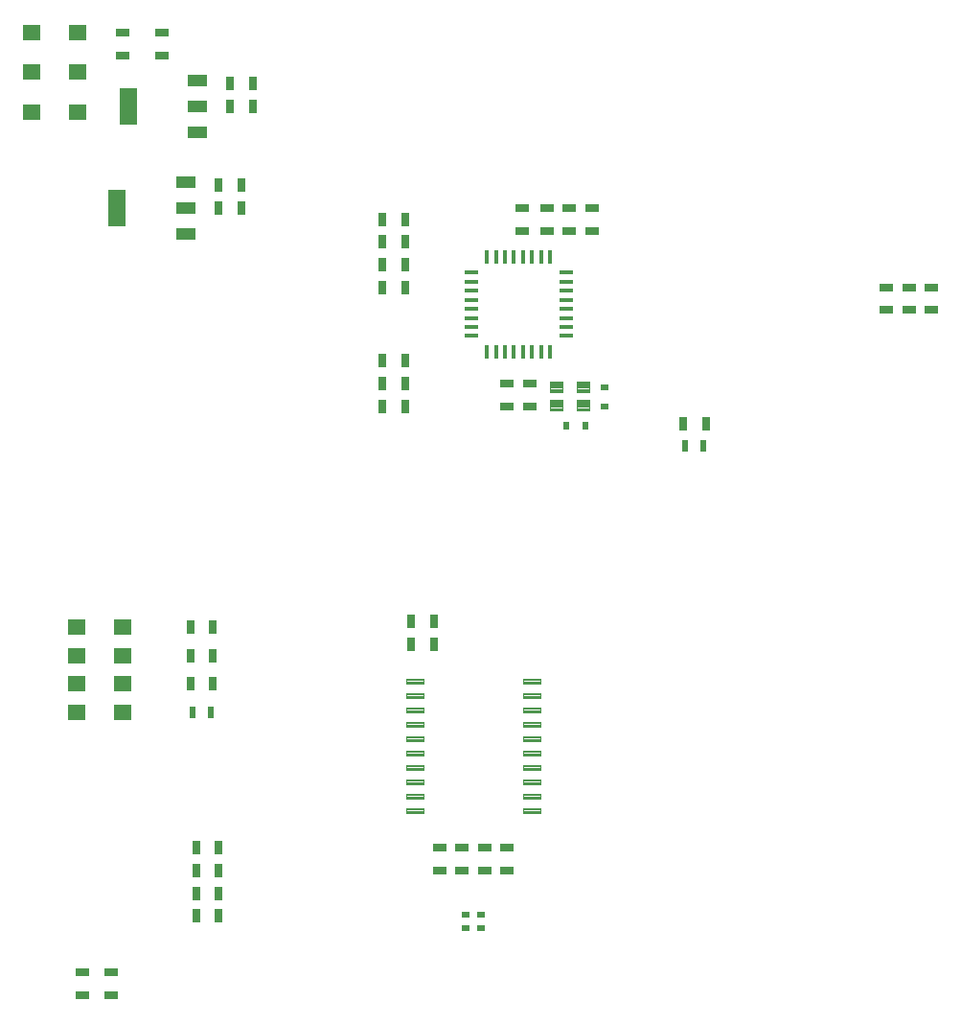
<source format=gbr>
G04 EAGLE Gerber RS-274X export*
G75*
%MOMM*%
%FSLAX34Y34*%
%LPD*%
%INSolderpaste Top*%
%IPPOS*%
%AMOC8*
5,1,8,0,0,1.08239X$1,22.5*%
G01*
%ADD10R,0.800000X1.200000*%
%ADD11C,0.100000*%
%ADD12R,1.200000X0.800000*%
%ADD13R,0.400000X1.200000*%
%ADD14R,1.200000X0.400000*%
%ADD15R,0.500000X0.800000*%
%ADD16R,0.800000X0.500000*%
%ADD17R,0.800000X0.600000*%
%ADD18R,1.800000X1.000000*%
%ADD19R,1.600000X3.200000*%
%ADD20R,0.600000X1.000000*%
%ADD21R,1.500000X1.400000*%


D10*
X445000Y440000D03*
X465000Y440000D03*
X445000Y420000D03*
X465000Y420000D03*
D11*
X440980Y389150D02*
X440980Y385150D01*
X440980Y389150D02*
X455980Y389150D01*
X455980Y385150D01*
X440980Y385150D01*
X440980Y386100D02*
X455980Y386100D01*
X455980Y387050D02*
X440980Y387050D01*
X440980Y388000D02*
X455980Y388000D01*
X455980Y388950D02*
X440980Y388950D01*
X440980Y376450D02*
X440980Y372450D01*
X440980Y376450D02*
X455980Y376450D01*
X455980Y372450D01*
X440980Y372450D01*
X440980Y373400D02*
X455980Y373400D01*
X455980Y374350D02*
X440980Y374350D01*
X440980Y375300D02*
X455980Y375300D01*
X455980Y376250D02*
X440980Y376250D01*
X440980Y363750D02*
X440980Y359750D01*
X440980Y363750D02*
X455980Y363750D01*
X455980Y359750D01*
X440980Y359750D01*
X440980Y360700D02*
X455980Y360700D01*
X455980Y361650D02*
X440980Y361650D01*
X440980Y362600D02*
X455980Y362600D01*
X455980Y363550D02*
X440980Y363550D01*
X440980Y351050D02*
X440980Y347050D01*
X440980Y351050D02*
X455980Y351050D01*
X455980Y347050D01*
X440980Y347050D01*
X440980Y348000D02*
X455980Y348000D01*
X455980Y348950D02*
X440980Y348950D01*
X440980Y349900D02*
X455980Y349900D01*
X455980Y350850D02*
X440980Y350850D01*
X440980Y338350D02*
X440980Y334350D01*
X440980Y338350D02*
X455980Y338350D01*
X455980Y334350D01*
X440980Y334350D01*
X440980Y335300D02*
X455980Y335300D01*
X455980Y336250D02*
X440980Y336250D01*
X440980Y337200D02*
X455980Y337200D01*
X455980Y338150D02*
X440980Y338150D01*
X440980Y325650D02*
X440980Y321650D01*
X440980Y325650D02*
X455980Y325650D01*
X455980Y321650D01*
X440980Y321650D01*
X440980Y322600D02*
X455980Y322600D01*
X455980Y323550D02*
X440980Y323550D01*
X440980Y324500D02*
X455980Y324500D01*
X455980Y325450D02*
X440980Y325450D01*
X440980Y312950D02*
X440980Y308950D01*
X440980Y312950D02*
X455980Y312950D01*
X455980Y308950D01*
X440980Y308950D01*
X440980Y309900D02*
X455980Y309900D01*
X455980Y310850D02*
X440980Y310850D01*
X440980Y311800D02*
X455980Y311800D01*
X455980Y312750D02*
X440980Y312750D01*
X440980Y300250D02*
X440980Y296250D01*
X440980Y300250D02*
X455980Y300250D01*
X455980Y296250D01*
X440980Y296250D01*
X440980Y297200D02*
X455980Y297200D01*
X455980Y298150D02*
X440980Y298150D01*
X440980Y299100D02*
X455980Y299100D01*
X455980Y300050D02*
X440980Y300050D01*
X440980Y287550D02*
X440980Y283550D01*
X440980Y287550D02*
X455980Y287550D01*
X455980Y283550D01*
X440980Y283550D01*
X440980Y284500D02*
X455980Y284500D01*
X455980Y285450D02*
X440980Y285450D01*
X440980Y286400D02*
X455980Y286400D01*
X455980Y287350D02*
X440980Y287350D01*
X440980Y274850D02*
X440980Y270850D01*
X440980Y274850D02*
X455980Y274850D01*
X455980Y270850D01*
X440980Y270850D01*
X440980Y271800D02*
X455980Y271800D01*
X455980Y272750D02*
X440980Y272750D01*
X440980Y273700D02*
X455980Y273700D01*
X455980Y274650D02*
X440980Y274650D01*
X544380Y385150D02*
X544380Y389150D01*
X559380Y389150D01*
X559380Y385150D01*
X544380Y385150D01*
X544380Y386100D02*
X559380Y386100D01*
X559380Y387050D02*
X544380Y387050D01*
X544380Y388000D02*
X559380Y388000D01*
X559380Y388950D02*
X544380Y388950D01*
X544380Y376450D02*
X544380Y372450D01*
X544380Y376450D02*
X559380Y376450D01*
X559380Y372450D01*
X544380Y372450D01*
X544380Y373400D02*
X559380Y373400D01*
X559380Y374350D02*
X544380Y374350D01*
X544380Y375300D02*
X559380Y375300D01*
X559380Y376250D02*
X544380Y376250D01*
X544380Y363750D02*
X544380Y359750D01*
X544380Y363750D02*
X559380Y363750D01*
X559380Y359750D01*
X544380Y359750D01*
X544380Y360700D02*
X559380Y360700D01*
X559380Y361650D02*
X544380Y361650D01*
X544380Y362600D02*
X559380Y362600D01*
X559380Y363550D02*
X544380Y363550D01*
X544380Y351050D02*
X544380Y347050D01*
X544380Y351050D02*
X559380Y351050D01*
X559380Y347050D01*
X544380Y347050D01*
X544380Y348000D02*
X559380Y348000D01*
X559380Y348950D02*
X544380Y348950D01*
X544380Y349900D02*
X559380Y349900D01*
X559380Y350850D02*
X544380Y350850D01*
X544380Y338350D02*
X544380Y334350D01*
X544380Y338350D02*
X559380Y338350D01*
X559380Y334350D01*
X544380Y334350D01*
X544380Y335300D02*
X559380Y335300D01*
X559380Y336250D02*
X544380Y336250D01*
X544380Y337200D02*
X559380Y337200D01*
X559380Y338150D02*
X544380Y338150D01*
X544380Y325650D02*
X544380Y321650D01*
X544380Y325650D02*
X559380Y325650D01*
X559380Y321650D01*
X544380Y321650D01*
X544380Y322600D02*
X559380Y322600D01*
X559380Y323550D02*
X544380Y323550D01*
X544380Y324500D02*
X559380Y324500D01*
X559380Y325450D02*
X544380Y325450D01*
X544380Y312950D02*
X544380Y308950D01*
X544380Y312950D02*
X559380Y312950D01*
X559380Y308950D01*
X544380Y308950D01*
X544380Y309900D02*
X559380Y309900D01*
X559380Y310850D02*
X544380Y310850D01*
X544380Y311800D02*
X559380Y311800D01*
X559380Y312750D02*
X544380Y312750D01*
X544380Y300250D02*
X544380Y296250D01*
X544380Y300250D02*
X559380Y300250D01*
X559380Y296250D01*
X544380Y296250D01*
X544380Y297200D02*
X559380Y297200D01*
X559380Y298150D02*
X544380Y298150D01*
X544380Y299100D02*
X559380Y299100D01*
X559380Y300050D02*
X544380Y300050D01*
X544380Y287550D02*
X544380Y283550D01*
X544380Y287550D02*
X559380Y287550D01*
X559380Y283550D01*
X544380Y283550D01*
X544380Y284500D02*
X559380Y284500D01*
X559380Y285450D02*
X544380Y285450D01*
X544380Y286400D02*
X559380Y286400D01*
X559380Y287350D02*
X544380Y287350D01*
X544380Y274850D02*
X544380Y270850D01*
X544380Y274850D02*
X559380Y274850D01*
X559380Y270850D01*
X544380Y270850D01*
X544380Y271800D02*
X559380Y271800D01*
X559380Y272750D02*
X544380Y272750D01*
X544380Y273700D02*
X559380Y273700D01*
X559380Y274650D02*
X544380Y274650D01*
D12*
X530000Y220000D03*
X530000Y240000D03*
X490000Y240000D03*
X490000Y220000D03*
X470000Y240000D03*
X470000Y220000D03*
X510000Y240000D03*
X510000Y220000D03*
D10*
X255000Y240000D03*
X275000Y240000D03*
X275000Y200000D03*
X255000Y200000D03*
D12*
X155000Y130000D03*
X155000Y110000D03*
X905000Y735000D03*
X905000Y715000D03*
X885000Y735000D03*
X885000Y715000D03*
X865000Y735000D03*
X865000Y715000D03*
D10*
X275000Y220000D03*
X255000Y220000D03*
D12*
X180000Y130000D03*
X180000Y110000D03*
D13*
X512000Y762000D03*
X520000Y762000D03*
X528000Y762000D03*
X536000Y762000D03*
X544000Y762000D03*
X552000Y762000D03*
X560000Y762000D03*
X568000Y762000D03*
D14*
X582000Y748000D03*
X582000Y740000D03*
X582000Y732000D03*
X582000Y724000D03*
X582000Y716000D03*
X582000Y708000D03*
X582000Y700000D03*
X582000Y692000D03*
D13*
X568000Y678000D03*
X560000Y678000D03*
X552000Y678000D03*
X544000Y678000D03*
X536000Y678000D03*
X528000Y678000D03*
X520000Y678000D03*
X512000Y678000D03*
D14*
X498000Y692000D03*
X498000Y700000D03*
X498000Y708000D03*
X498000Y716000D03*
X498000Y724000D03*
X498000Y732000D03*
X498000Y740000D03*
X498000Y748000D03*
D11*
X567500Y651500D02*
X578500Y651500D01*
X578500Y642500D01*
X567500Y642500D01*
X567500Y651500D01*
X567500Y643450D02*
X578500Y643450D01*
X578500Y644400D02*
X567500Y644400D01*
X567500Y645350D02*
X578500Y645350D01*
X578500Y646300D02*
X567500Y646300D01*
X567500Y647250D02*
X578500Y647250D01*
X578500Y648200D02*
X567500Y648200D01*
X567500Y649150D02*
X578500Y649150D01*
X578500Y650100D02*
X567500Y650100D01*
X567500Y651050D02*
X578500Y651050D01*
X591500Y651500D02*
X602500Y651500D01*
X602500Y642500D01*
X591500Y642500D01*
X591500Y651500D01*
X591500Y643450D02*
X602500Y643450D01*
X602500Y644400D02*
X591500Y644400D01*
X591500Y645350D02*
X602500Y645350D01*
X602500Y646300D02*
X591500Y646300D01*
X591500Y647250D02*
X602500Y647250D01*
X602500Y648200D02*
X591500Y648200D01*
X591500Y649150D02*
X602500Y649150D01*
X602500Y650100D02*
X591500Y650100D01*
X591500Y651050D02*
X602500Y651050D01*
X578500Y635500D02*
X567500Y635500D01*
X578500Y635500D02*
X578500Y626500D01*
X567500Y626500D01*
X567500Y635500D01*
X567500Y627450D02*
X578500Y627450D01*
X578500Y628400D02*
X567500Y628400D01*
X567500Y629350D02*
X578500Y629350D01*
X578500Y630300D02*
X567500Y630300D01*
X567500Y631250D02*
X578500Y631250D01*
X578500Y632200D02*
X567500Y632200D01*
X567500Y633150D02*
X578500Y633150D01*
X578500Y634100D02*
X567500Y634100D01*
X567500Y635050D02*
X578500Y635050D01*
X591500Y635500D02*
X602500Y635500D01*
X602500Y626500D01*
X591500Y626500D01*
X591500Y635500D01*
X591500Y627450D02*
X602500Y627450D01*
X602500Y628400D02*
X591500Y628400D01*
X591500Y629350D02*
X602500Y629350D01*
X602500Y630300D02*
X591500Y630300D01*
X591500Y631250D02*
X602500Y631250D01*
X602500Y632200D02*
X591500Y632200D01*
X591500Y633150D02*
X602500Y633150D01*
X602500Y634100D02*
X591500Y634100D01*
X591500Y635050D02*
X602500Y635050D01*
D15*
X599500Y613000D03*
X582500Y613000D03*
D16*
X616000Y629500D03*
X616000Y646500D03*
D17*
X493000Y181000D03*
X507000Y181000D03*
X507000Y169000D03*
X493000Y169000D03*
D10*
X420000Y795000D03*
X440000Y795000D03*
X440000Y775000D03*
X420000Y775000D03*
D12*
X605000Y805000D03*
X605000Y785000D03*
X585000Y785000D03*
X585000Y805000D03*
X565000Y785000D03*
X565000Y805000D03*
X550000Y650000D03*
X550000Y630000D03*
X530000Y650000D03*
X530000Y630000D03*
D10*
X420000Y755000D03*
X440000Y755000D03*
D18*
X256000Y872000D03*
X256000Y895000D03*
X256000Y918000D03*
D19*
X195000Y895000D03*
D10*
X285000Y915000D03*
X305000Y915000D03*
X285000Y895000D03*
X305000Y895000D03*
X275000Y805000D03*
X295000Y805000D03*
X275000Y825000D03*
X295000Y825000D03*
X685400Y614600D03*
X705400Y614600D03*
D20*
X687400Y594600D03*
X703400Y594600D03*
D10*
X270000Y385000D03*
X250000Y385000D03*
D20*
X268000Y360000D03*
X252000Y360000D03*
D10*
X420000Y735000D03*
X440000Y735000D03*
X440000Y630000D03*
X420000Y630000D03*
X420000Y670000D03*
X440000Y670000D03*
D21*
X109500Y960000D03*
X150500Y960000D03*
X150500Y925000D03*
X109500Y925000D03*
X149500Y435000D03*
X190500Y435000D03*
X149500Y360000D03*
X190500Y360000D03*
D18*
X246000Y782000D03*
X246000Y805000D03*
X246000Y828000D03*
D19*
X185000Y805000D03*
D21*
X109500Y890000D03*
X150500Y890000D03*
D10*
X270000Y435000D03*
X250000Y435000D03*
X270000Y410000D03*
X250000Y410000D03*
X275000Y180000D03*
X255000Y180000D03*
X440000Y650000D03*
X420000Y650000D03*
D12*
X190000Y940000D03*
X190000Y960000D03*
X225000Y940000D03*
X225000Y960000D03*
D21*
X149500Y410000D03*
X190500Y410000D03*
X149500Y385000D03*
X190500Y385000D03*
D12*
X543000Y785000D03*
X543000Y805000D03*
M02*

</source>
